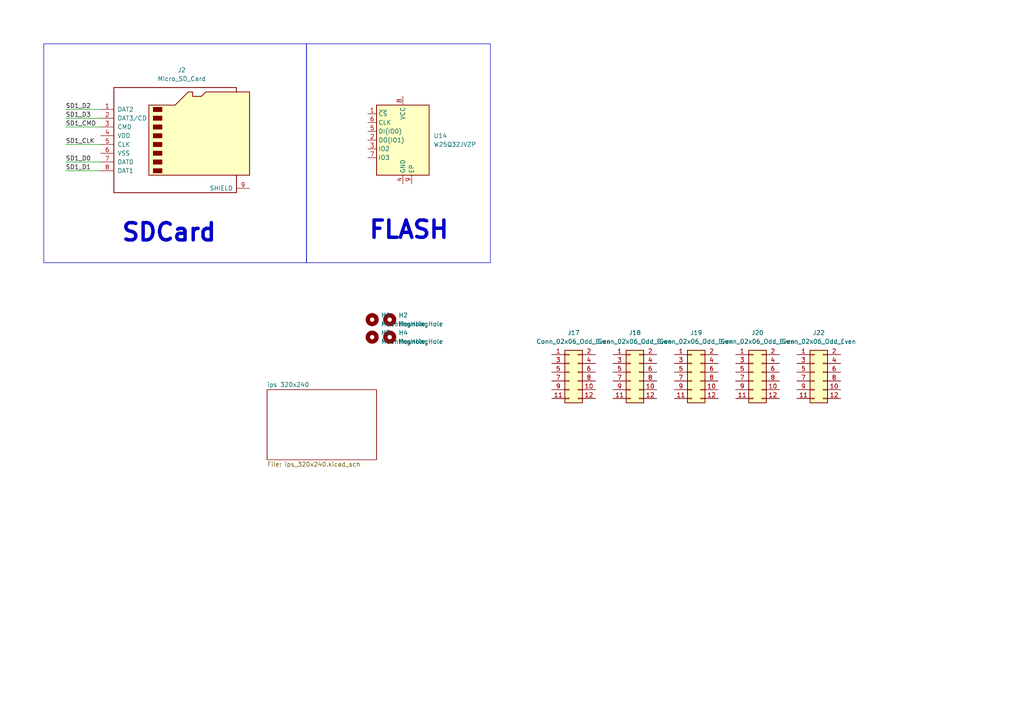
<source format=kicad_sch>
(kicad_sch (version 20231120) (generator "eeschema") (generator_version "8.0")
  (paper "A4")
  (lib_symbols
    (symbol "Connector:Micro_SD_Card" (pin_names (offset 1.016))
      (property "Reference" "J" (at -16.51 15.24 0))
      (property "Value" "Micro_SD_Card" (at 16.51 15.24 0))
      (symbol "Micro_SD_Card_0_1"
        (rectangle (start -7.62 -9.525) (end -5.08 -10.795) (fill (type outline)))
        (rectangle (start -7.62 -6.985) (end -5.08 -8.255) (fill (type outline)))
        (rectangle (start -7.62 -4.445) (end -5.08 -5.715) (fill (type outline)))
        (rectangle (start -7.62 -1.905) (end -5.08 -3.175) (fill (type outline)))
        (rectangle (start -7.62 0.635) (end -5.08 -0.635) (fill (type outline)))
        (rectangle (start -7.62 3.175) (end -5.08 1.905) (fill (type outline)))
        (rectangle (start -7.62 5.715) (end -5.08 4.445) (fill (type outline)))
        (rectangle (start -7.62 8.255) (end -5.08 6.985) (fill (type outline)))
        (polyline (pts (xy 16.51 12.7) (xy 16.51 13.97) (xy -19.05 13.97) (xy -19.05 -16.51) (xy 16.51 -16.51) (xy 16.51 -11.43)) (stroke (width 0.254)))
        (polyline (pts (xy -8.89 -11.43) (xy -8.89 8.89) (xy -1.27 8.89) (xy 2.54 12.7) (xy 3.81 12.7) (xy 3.81 11.43) (xy 6.35 11.43) (xy 7.62 12.7) (xy 20.32 12.7) (xy 20.32 -11.43) (xy -8.89 -11.43)) (stroke (width 0.254)) (fill (type background)))
      )
      (symbol "Micro_SD_Card_1_1"
        (pin bidirectional line (at -22.86 7.62 0) (length 3.81) (name "DAT2") (number "1"))
        (pin bidirectional line (at -22.86 5.08 0) (length 3.81) (name "DAT3/CD") (number "2"))
        (pin input line (at -22.86 2.54 0) (length 3.81) (name "CMD") (number "3"))
        (pin power_in line (at -22.86 0 0) (length 3.81) (name "VDD") (number "4"))
        (pin input line (at -22.86 -2.54 0) (length 3.81) (name "CLK") (number "5"))
        (pin power_in line (at -22.86 -5.08 0) (length 3.81) (name "VSS") (number "6"))
        (pin bidirectional line (at -22.86 -7.62 0) (length 3.81) (name "DAT0") (number "7"))
        (pin bidirectional line (at -22.86 -10.16 0) (length 3.81) (name "DAT1") (number "8"))
        (pin passive line (at 20.32 -15.24 180) (length 3.81) (name "SHIELD") (number "9"))
      )
    )
    (symbol "Connector_Generic:Conn_02x06_Odd_Even" (pin_names (offset 1.016) hide)
      (property "Reference" "J" (at 1.27 7.62 0))
      (property "Value" "Conn_02x06_Odd_Even" (at 1.27 -10.16 0))
      (symbol "Conn_02x06_Odd_Even_1_1"
        (rectangle (start -1.27 -7.493) (end 0 -7.747) (stroke (width 0.1524)))
        (rectangle (start -1.27 -4.953) (end 0 -5.207) (stroke (width 0.1524)))
        (rectangle (start -1.27 -2.413) (end 0 -2.667) (stroke (width 0.1524)))
        (rectangle (start -1.27 0.127) (end 0 -0.127) (stroke (width 0.1524)))
        (rectangle (start -1.27 2.667) (end 0 2.413) (stroke (width 0.1524)))
        (rectangle (start -1.27 5.207) (end 0 4.953) (stroke (width 0.1524)))
        (rectangle (start -1.27 6.35) (end 3.81 -8.89) (stroke (width 0.254)) (fill (type background)))
        (rectangle (start 3.81 -7.493) (end 2.54 -7.747) (stroke (width 0.1524)))
        (rectangle (start 3.81 -4.953) (end 2.54 -5.207) (stroke (width 0.1524)))
        (rectangle (start 3.81 -2.413) (end 2.54 -2.667) (stroke (width 0.1524)))
        (rectangle (start 3.81 0.127) (end 2.54 -0.127) (stroke (width 0.1524)))
        (rectangle (start 3.81 2.667) (end 2.54 2.413) (stroke (width 0.1524)))
        (rectangle (start 3.81 5.207) (end 2.54 4.953) (stroke (width 0.1524)))
        (pin passive line (at -5.08 5.08 0) (length 3.81) (name "Pin_1") (number "1"))
        (pin passive line (at 7.62 -5.08 180) (length 3.81) (name "Pin_10") (number "10"))
        (pin passive line (at -5.08 -7.62 0) (length 3.81) (name "Pin_11") (number "11"))
        (pin passive line (at 7.62 -7.62 180) (length 3.81) (name "Pin_12") (number "12"))
        (pin passive line (at 7.62 5.08 180) (length 3.81) (name "Pin_2") (number "2"))
        (pin passive line (at -5.08 2.54 0) (length 3.81) (name "Pin_3") (number "3"))
        (pin passive line (at 7.62 2.54 180) (length 3.81) (name "Pin_4") (number "4"))
        (pin passive line (at -5.08 0 0) (length 3.81) (name "Pin_5") (number "5"))
        (pin passive line (at 7.62 0 180) (length 3.81) (name "Pin_6") (number "6"))
        (pin passive line (at -5.08 -2.54 0) (length 3.81) (name "Pin_7") (number "7"))
        (pin passive line (at 7.62 -2.54 180) (length 3.81) (name "Pin_8") (number "8"))
        (pin passive line (at -5.08 -5.08 0) (length 3.81) (name "Pin_9") (number "9"))
      )
    )
    (symbol "Mechanical:MountingHole" (pin_names (offset 1.016)) (exclude_from_sim yes) (in_bom no)
      (property "Reference" "H" (at 0 5.08 0))
      (property "Value" "MountingHole" (at 0 3.175 0))
      (symbol "MountingHole_0_1"
        (circle (center 0 0) (radius 1.27) (stroke (width 1.27)))
      )
    )
    (symbol "Memory_Flash:W25Q32JVZP"
      (property "Reference" "U" (at -6.35 11.43 0))
      (property "Value" "W25Q32JVZP" (at 7.62 11.43 0))
      (symbol "W25Q32JVZP_0_1"
        (rectangle (start -7.62 10.16) (end 7.62 -10.16) (stroke (width 0.254)) (fill (type background)))
      )
      (symbol "W25Q32JVZP_1_1"
        (pin input line (at -10.16 7.62 0) (length 2.54) (name "~{CS}") (number "1"))
        (pin bidirectional line (at -10.16 0 0) (length 2.54) (name "DO(IO1)") (number "2"))
        (pin bidirectional line (at -10.16 -2.54 0) (length 2.54) (name "IO2") (number "3"))
        (pin power_in line (at 0 -12.7 90) (length 2.54) (name "GND") (number "4"))
        (pin bidirectional line (at -10.16 2.54 0) (length 2.54) (name "DI(IO0)") (number "5"))
        (pin input line (at -10.16 5.08 0) (length 2.54) (name "CLK") (number "6"))
        (pin bidirectional line (at -10.16 -5.08 0) (length 2.54) (name "IO3") (number "7"))
        (pin power_in line (at 0 12.7 270) (length 2.54) (name "VCC") (number "8"))
        (pin passive line (at 2.54 -12.7 90) (length 2.54) (name "EP") (number "9"))
      )
    )
  )
  (wire (pts (xy 19.05 31.75) (xy 29.21 31.75)))
  (wire (pts (xy 19.05 36.83) (xy 29.21 36.83)))
  (wire (pts (xy 19.05 49.53) (xy 29.21 49.53)))
  (wire (pts (xy 19.05 34.29) (xy 29.21 34.29)))
  (wire (pts (xy 19.05 41.91) (xy 29.21 41.91)))
  (wire (pts (xy 19.05 46.99) (xy 29.21 46.99)))
  (rectangle (start 12.7 12.7) (end 88.9 76.2))
  (rectangle (start 88.9 12.7) (end 142.24 76.2))
  (text "FLASH" (at 118.618 66.802 0) (effects (font (size 5 5) (thickness 1) (bold yes))))
  (text "SDCard" (at 49.022 67.564 0) (effects (font (size 5 5) (thickness 1) (bold yes))))
  (label "SD1_D3" (at 19.05 34.29 0))
  (label "SD1_D0" (at 19.05 46.99 0))
  (label "SD1_CMD" (at 19.05 36.83 0))
  (label "SD1_D2" (at 19.05 31.75 0))
  (label "SD1_CLK" (at 19.05 41.91 0))
  (label "SD1_D1" (at 19.05 49.53 0))
  (symbol (lib_id "Connector_Generic:Conn_02x06_Odd_Even") (at 218.44 107.95 0) (unit 1)
    (property "Reference" "J20" (at 219.71 96.52 0))
    (property "Value" "Conn_02x06_Odd_Even" (at 219.71 99.06 0))
    (property "Footprint" "Connector_PinHeader_1.27mm:PinHeader_2x06_P1.27mm_Vertical_SMD" (effects (hide yes)))
    (property "Description" "Generic connector, double row, 02x06, odd/even pin numbering scheme (row 1 odd numbers, row 2 even numbers), script generated (kicad-library-utils/schlib/autogen/connector/)" (effects (hide yes)))
  )
  (symbol (lib_id "Connector_Generic:Conn_02x06_Odd_Even") (at 200.66 107.95 0) (unit 1)
    (property "Reference" "J19" (at 201.93 96.52 0))
    (property "Value" "Conn_02x06_Odd_Even" (at 201.93 99.06 0))
    (property "Footprint" "Connector_PinHeader_1.27mm:PinHeader_2x06_P1.27mm_Vertical_SMD" (effects (hide yes)))
    (property "Description" "Generic connector, double row, 02x06, odd/even pin numbering scheme (row 1 odd numbers, row 2 even numbers), script generated (kicad-library-utils/schlib/autogen/connector/)" (effects (hide yes)))
  )
  (symbol (lib_id "Memory_Flash:W25Q32JVZP") (at 116.84 40.64 0) (unit 1)
    (property "Reference" "U14" (at 125.73 39.3699 0) (effects (justify left)))
    (property "Value" "W25Q32JVZP" (at 125.73 41.9099 0) (effects (justify left)))
    (property "Footprint" "Package_SON:WSON-8-1EP_6x5mm_P1.27mm_EP3.4x4.3mm" (effects (hide yes)))
    (property "Datasheet" "http://www.winbond.com/resource-files/w25q32jv%20revg%2003272018%20plus.pdf" (effects (hide yes)))
    (property "Description" "32Mb Serial Flash Memory, Standard/Dual/Quad SPI, DFN-8" (effects (hide yes)))
  )
  (symbol (lib_id "Connector_Generic:Conn_02x06_Odd_Even") (at 165.1 107.95 0) (unit 1)
    (property "Reference" "J17" (at 166.37 96.52 0))
    (property "Value" "Conn_02x06_Odd_Even" (at 166.37 99.06 0))
    (property "Footprint" "Connector_PinHeader_1.27mm:PinHeader_2x06_P1.27mm_Vertical_SMD" (effects (hide yes)))
    (property "Description" "Generic connector, double row, 02x06, odd/even pin numbering scheme (row 1 odd numbers, row 2 even numbers), script generated (kicad-library-utils/schlib/autogen/connector/)" (effects (hide yes)))
  )
  (symbol (lib_id "Mechanical:MountingHole") (at 107.95 92.71 0) (unit 1)
    (property "Reference" "H1" (at 110.49 91.4399 0) (effects (justify left)))
    (property "Value" "MountingHole" (at 110.49 93.9799 0) (effects (justify left)))
    (property "Footprint" "MountingHole:MountingHole_2.2mm_M2" (effects (hide yes)))
    (property "Description" "Mounting Hole without connection" (effects (hide yes)))
  )
  (symbol (lib_id "Mechanical:MountingHole") (at 113.03 97.79 0) (unit 1)
    (property "Reference" "H4" (at 115.57 96.5199 0) (effects (justify left)))
    (property "Value" "MountingHole" (at 115.57 99.0599 0) (effects (justify left)))
    (property "Footprint" "MountingHole:MountingHole_2.2mm_M2" (effects (hide yes)))
    (property "Description" "Mounting Hole without connection" (effects (hide yes)))
  )
  (symbol (lib_id "Connector:Micro_SD_Card") (at 52.07 39.37 0) (unit 1)
    (property "Reference" "J2" (at 52.705 20.32 0))
    (property "Value" "Micro_SD_Card" (at 52.705 22.86 0))
    (property "Footprint" "Connector_Card:microSD_HC_Molex_47219-2001" (effects (hide yes)))
    (property "Datasheet" "http://katalog.we-online.de/em/datasheet/693072010801.pdf" (effects (hide yes)))
    (property "Description" "Micro SD Card Socket" (effects (hide yes)))
  )
  (symbol (lib_id "Connector_Generic:Conn_02x06_Odd_Even") (at 182.88 107.95 0) (unit 1)
    (property "Reference" "J18" (at 184.15 96.52 0))
    (property "Value" "Conn_02x06_Odd_Even" (at 184.15 99.06 0))
    (property "Footprint" "Connector_PinHeader_1.27mm:PinHeader_2x06_P1.27mm_Vertical_SMD" (effects (hide yes)))
    (property "Description" "Generic connector, double row, 02x06, odd/even pin numbering scheme (row 1 odd numbers, row 2 even numbers), script generated (kicad-library-utils/schlib/autogen/connector/)" (effects (hide yes)))
  )
  (symbol (lib_id "Connector_Generic:Conn_02x06_Odd_Even") (at 236.22 107.95 0) (unit 1)
    (property "Reference" "J22" (at 237.49 96.52 0))
    (property "Value" "Conn_02x06_Odd_Even" (at 237.49 99.06 0))
    (property "Footprint" "Connector_PinHeader_1.27mm:PinHeader_2x06_P1.27mm_Vertical_SMD" (effects (hide yes)))
    (property "Description" "Generic connector, double row, 02x06, odd/even pin numbering scheme (row 1 odd numbers, row 2 even numbers), script generated (kicad-library-utils/schlib/autogen/connector/)" (effects (hide yes)))
  )
  (symbol (lib_id "Mechanical:MountingHole") (at 113.03 92.71 0) (unit 1)
    (property "Reference" "H2" (at 115.57 91.4399 0) (effects (justify left)))
    (property "Value" "MountingHole" (at 115.57 93.9799 0) (effects (justify left)))
    (property "Footprint" "MountingHole:MountingHole_2.2mm_M2" (effects (hide yes)))
    (property "Description" "Mounting Hole without connection" (effects (hide yes)))
  )
  (symbol (lib_id "Mechanical:MountingHole") (at 107.95 97.79 0) (unit 1)
    (property "Reference" "H3" (at 110.49 96.5199 0) (effects (justify left)))
    (property "Value" "MountingHole" (at 110.49 99.0599 0) (effects (justify left)))
    (property "Footprint" "MountingHole:MountingHole_2.2mm_M2" (effects (hide yes)))
    (property "Description" "Mounting Hole without connection" (effects (hide yes)))
  )
  (sheet (at 77.47 113.03) (size 31.75 20.32) (stroke (width 0.1524))
    (property "Sheetname" "ips 320x240" (at 77.47 112.3184 0) (effects (justify left bottom)))
    (property "Sheetfile" "ips_320x240.kicad_sch" (at 77.47 133.9346 0) (effects (justify left top)))
  )
)
</source>
